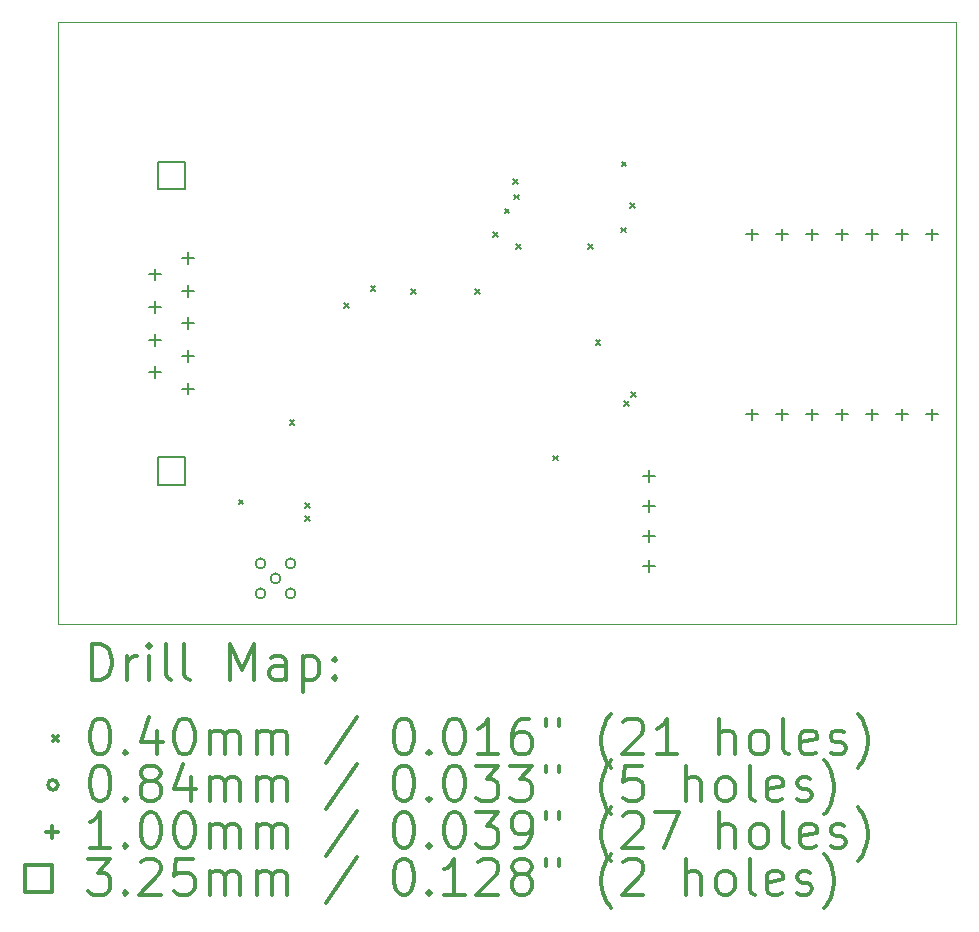
<source format=gbr>
%FSLAX45Y45*%
G04 Gerber Fmt 4.5, Leading zero omitted, Abs format (unit mm)*
G04 Created by KiCad (PCBNEW (5.1.5-0)) date 2022-06-25 14:07:16*
%MOMM*%
%LPD*%
G04 APERTURE LIST*
%TA.AperFunction,Profile*%
%ADD10C,0.050000*%
%TD*%
%ADD11C,0.200000*%
%ADD12C,0.300000*%
G04 APERTURE END LIST*
D10*
X8800000Y-4300000D02*
X8800000Y-9400000D01*
X16400000Y-4300000D02*
X8800000Y-4300000D01*
X16400000Y-9400000D02*
X16400000Y-4300000D01*
X8800000Y-9400000D02*
X16400000Y-9400000D01*
D11*
X10328000Y-8342000D02*
X10368000Y-8382000D01*
X10368000Y-8342000D02*
X10328000Y-8382000D01*
X10760000Y-7670000D02*
X10800000Y-7710000D01*
X10800000Y-7670000D02*
X10760000Y-7710000D01*
X10890000Y-8370000D02*
X10930000Y-8410000D01*
X10930000Y-8370000D02*
X10890000Y-8410000D01*
X10890000Y-8480000D02*
X10930000Y-8520000D01*
X10930000Y-8480000D02*
X10890000Y-8520000D01*
X11220000Y-6680000D02*
X11260000Y-6720000D01*
X11260000Y-6680000D02*
X11220000Y-6720000D01*
X11446265Y-6533735D02*
X11486265Y-6573735D01*
X11486265Y-6533735D02*
X11446265Y-6573735D01*
X11790000Y-6560000D02*
X11830000Y-6600000D01*
X11830000Y-6560000D02*
X11790000Y-6600000D01*
X12330000Y-6560000D02*
X12370000Y-6600000D01*
X12370000Y-6560000D02*
X12330000Y-6600000D01*
X12480000Y-6080000D02*
X12520000Y-6120000D01*
X12520000Y-6080000D02*
X12480000Y-6120000D01*
X12580000Y-5880000D02*
X12620000Y-5920000D01*
X12620000Y-5880000D02*
X12580000Y-5920000D01*
X12650000Y-5630000D02*
X12690000Y-5670000D01*
X12690000Y-5630000D02*
X12650000Y-5670000D01*
X12660000Y-5760000D02*
X12700000Y-5800000D01*
X12700000Y-5760000D02*
X12660000Y-5800000D01*
X12680000Y-6180000D02*
X12720000Y-6220000D01*
X12720000Y-6180000D02*
X12680000Y-6220000D01*
X12990000Y-7970000D02*
X13030000Y-8010000D01*
X13030000Y-7970000D02*
X12990000Y-8010000D01*
X13290000Y-6180000D02*
X13330000Y-6220000D01*
X13330000Y-6180000D02*
X13290000Y-6220000D01*
X13350000Y-6990000D02*
X13390000Y-7030000D01*
X13390000Y-6990000D02*
X13350000Y-7030000D01*
X13567500Y-6040000D02*
X13607500Y-6080000D01*
X13607500Y-6040000D02*
X13567500Y-6080000D01*
X13570000Y-5480000D02*
X13610000Y-5520000D01*
X13610000Y-5480000D02*
X13570000Y-5520000D01*
X13590000Y-7510000D02*
X13630000Y-7550000D01*
X13630000Y-7510000D02*
X13590000Y-7550000D01*
X13640000Y-5830000D02*
X13680000Y-5870000D01*
X13680000Y-5830000D02*
X13640000Y-5870000D01*
X13650000Y-7430000D02*
X13690000Y-7470000D01*
X13690000Y-7430000D02*
X13650000Y-7470000D01*
X10555000Y-8883000D02*
G75*
G03X10555000Y-8883000I-42000J0D01*
G01*
X10555000Y-9137000D02*
G75*
G03X10555000Y-9137000I-42000J0D01*
G01*
X10682000Y-9010000D02*
G75*
G03X10682000Y-9010000I-42000J0D01*
G01*
X10809000Y-8883000D02*
G75*
G03X10809000Y-8883000I-42000J0D01*
G01*
X10809000Y-9137000D02*
G75*
G03X10809000Y-9137000I-42000J0D01*
G01*
X13800000Y-8090000D02*
X13800000Y-8190000D01*
X13750000Y-8140000D02*
X13850000Y-8140000D01*
X13800000Y-8344000D02*
X13800000Y-8444000D01*
X13750000Y-8394000D02*
X13850000Y-8394000D01*
X13800000Y-8598000D02*
X13800000Y-8698000D01*
X13750000Y-8648000D02*
X13850000Y-8648000D01*
X13800000Y-8852000D02*
X13800000Y-8952000D01*
X13750000Y-8902000D02*
X13850000Y-8902000D01*
X9618000Y-6386000D02*
X9618000Y-6486000D01*
X9568000Y-6436000D02*
X9668000Y-6436000D01*
X9618000Y-6662000D02*
X9618000Y-6762000D01*
X9568000Y-6712000D02*
X9668000Y-6712000D01*
X9618000Y-6938000D02*
X9618000Y-7038000D01*
X9568000Y-6988000D02*
X9668000Y-6988000D01*
X9618000Y-7214000D02*
X9618000Y-7314000D01*
X9568000Y-7264000D02*
X9668000Y-7264000D01*
X9902000Y-6248000D02*
X9902000Y-6348000D01*
X9852000Y-6298000D02*
X9952000Y-6298000D01*
X9902000Y-6524000D02*
X9902000Y-6624000D01*
X9852000Y-6574000D02*
X9952000Y-6574000D01*
X9902000Y-6800000D02*
X9902000Y-6900000D01*
X9852000Y-6850000D02*
X9952000Y-6850000D01*
X9902000Y-7076000D02*
X9902000Y-7176000D01*
X9852000Y-7126000D02*
X9952000Y-7126000D01*
X9902000Y-7352000D02*
X9902000Y-7452000D01*
X9852000Y-7402000D02*
X9952000Y-7402000D01*
X14676000Y-7572000D02*
X14676000Y-7672000D01*
X14626000Y-7622000D02*
X14726000Y-7622000D01*
X14930000Y-7572000D02*
X14930000Y-7672000D01*
X14880000Y-7622000D02*
X14980000Y-7622000D01*
X15184000Y-7572000D02*
X15184000Y-7672000D01*
X15134000Y-7622000D02*
X15234000Y-7622000D01*
X15438000Y-7572000D02*
X15438000Y-7672000D01*
X15388000Y-7622000D02*
X15488000Y-7622000D01*
X15692000Y-7572000D02*
X15692000Y-7672000D01*
X15642000Y-7622000D02*
X15742000Y-7622000D01*
X15946000Y-7572000D02*
X15946000Y-7672000D01*
X15896000Y-7622000D02*
X15996000Y-7622000D01*
X16200000Y-7572000D02*
X16200000Y-7672000D01*
X16150000Y-7622000D02*
X16250000Y-7622000D01*
X14676000Y-6048000D02*
X14676000Y-6148000D01*
X14626000Y-6098000D02*
X14726000Y-6098000D01*
X14930000Y-6048000D02*
X14930000Y-6148000D01*
X14880000Y-6098000D02*
X14980000Y-6098000D01*
X15184000Y-6048000D02*
X15184000Y-6148000D01*
X15134000Y-6098000D02*
X15234000Y-6098000D01*
X15438000Y-6048000D02*
X15438000Y-6148000D01*
X15388000Y-6098000D02*
X15488000Y-6098000D01*
X15692000Y-6048000D02*
X15692000Y-6148000D01*
X15642000Y-6098000D02*
X15742000Y-6098000D01*
X15946000Y-6048000D02*
X15946000Y-6148000D01*
X15896000Y-6098000D02*
X15996000Y-6098000D01*
X16200000Y-6048000D02*
X16200000Y-6148000D01*
X16150000Y-6098000D02*
X16250000Y-6098000D01*
X9874906Y-5714906D02*
X9874906Y-5485094D01*
X9645094Y-5485094D01*
X9645094Y-5714906D01*
X9874906Y-5714906D01*
X9874906Y-8214906D02*
X9874906Y-7985094D01*
X9645094Y-7985094D01*
X9645094Y-8214906D01*
X9874906Y-8214906D01*
D12*
X9083928Y-9868214D02*
X9083928Y-9568214D01*
X9155357Y-9568214D01*
X9198214Y-9582500D01*
X9226786Y-9611072D01*
X9241071Y-9639643D01*
X9255357Y-9696786D01*
X9255357Y-9739643D01*
X9241071Y-9796786D01*
X9226786Y-9825357D01*
X9198214Y-9853929D01*
X9155357Y-9868214D01*
X9083928Y-9868214D01*
X9383928Y-9868214D02*
X9383928Y-9668214D01*
X9383928Y-9725357D02*
X9398214Y-9696786D01*
X9412500Y-9682500D01*
X9441071Y-9668214D01*
X9469643Y-9668214D01*
X9569643Y-9868214D02*
X9569643Y-9668214D01*
X9569643Y-9568214D02*
X9555357Y-9582500D01*
X9569643Y-9596786D01*
X9583928Y-9582500D01*
X9569643Y-9568214D01*
X9569643Y-9596786D01*
X9755357Y-9868214D02*
X9726786Y-9853929D01*
X9712500Y-9825357D01*
X9712500Y-9568214D01*
X9912500Y-9868214D02*
X9883928Y-9853929D01*
X9869643Y-9825357D01*
X9869643Y-9568214D01*
X10255357Y-9868214D02*
X10255357Y-9568214D01*
X10355357Y-9782500D01*
X10455357Y-9568214D01*
X10455357Y-9868214D01*
X10726786Y-9868214D02*
X10726786Y-9711072D01*
X10712500Y-9682500D01*
X10683928Y-9668214D01*
X10626786Y-9668214D01*
X10598214Y-9682500D01*
X10726786Y-9853929D02*
X10698214Y-9868214D01*
X10626786Y-9868214D01*
X10598214Y-9853929D01*
X10583928Y-9825357D01*
X10583928Y-9796786D01*
X10598214Y-9768214D01*
X10626786Y-9753929D01*
X10698214Y-9753929D01*
X10726786Y-9739643D01*
X10869643Y-9668214D02*
X10869643Y-9968214D01*
X10869643Y-9682500D02*
X10898214Y-9668214D01*
X10955357Y-9668214D01*
X10983928Y-9682500D01*
X10998214Y-9696786D01*
X11012500Y-9725357D01*
X11012500Y-9811072D01*
X10998214Y-9839643D01*
X10983928Y-9853929D01*
X10955357Y-9868214D01*
X10898214Y-9868214D01*
X10869643Y-9853929D01*
X11141071Y-9839643D02*
X11155357Y-9853929D01*
X11141071Y-9868214D01*
X11126786Y-9853929D01*
X11141071Y-9839643D01*
X11141071Y-9868214D01*
X11141071Y-9682500D02*
X11155357Y-9696786D01*
X11141071Y-9711072D01*
X11126786Y-9696786D01*
X11141071Y-9682500D01*
X11141071Y-9711072D01*
X8757500Y-10342500D02*
X8797500Y-10382500D01*
X8797500Y-10342500D02*
X8757500Y-10382500D01*
X9141071Y-10198214D02*
X9169643Y-10198214D01*
X9198214Y-10212500D01*
X9212500Y-10226786D01*
X9226786Y-10255357D01*
X9241071Y-10312500D01*
X9241071Y-10383929D01*
X9226786Y-10441072D01*
X9212500Y-10469643D01*
X9198214Y-10483929D01*
X9169643Y-10498214D01*
X9141071Y-10498214D01*
X9112500Y-10483929D01*
X9098214Y-10469643D01*
X9083928Y-10441072D01*
X9069643Y-10383929D01*
X9069643Y-10312500D01*
X9083928Y-10255357D01*
X9098214Y-10226786D01*
X9112500Y-10212500D01*
X9141071Y-10198214D01*
X9369643Y-10469643D02*
X9383928Y-10483929D01*
X9369643Y-10498214D01*
X9355357Y-10483929D01*
X9369643Y-10469643D01*
X9369643Y-10498214D01*
X9641071Y-10298214D02*
X9641071Y-10498214D01*
X9569643Y-10183929D02*
X9498214Y-10398214D01*
X9683928Y-10398214D01*
X9855357Y-10198214D02*
X9883928Y-10198214D01*
X9912500Y-10212500D01*
X9926786Y-10226786D01*
X9941071Y-10255357D01*
X9955357Y-10312500D01*
X9955357Y-10383929D01*
X9941071Y-10441072D01*
X9926786Y-10469643D01*
X9912500Y-10483929D01*
X9883928Y-10498214D01*
X9855357Y-10498214D01*
X9826786Y-10483929D01*
X9812500Y-10469643D01*
X9798214Y-10441072D01*
X9783928Y-10383929D01*
X9783928Y-10312500D01*
X9798214Y-10255357D01*
X9812500Y-10226786D01*
X9826786Y-10212500D01*
X9855357Y-10198214D01*
X10083928Y-10498214D02*
X10083928Y-10298214D01*
X10083928Y-10326786D02*
X10098214Y-10312500D01*
X10126786Y-10298214D01*
X10169643Y-10298214D01*
X10198214Y-10312500D01*
X10212500Y-10341072D01*
X10212500Y-10498214D01*
X10212500Y-10341072D02*
X10226786Y-10312500D01*
X10255357Y-10298214D01*
X10298214Y-10298214D01*
X10326786Y-10312500D01*
X10341071Y-10341072D01*
X10341071Y-10498214D01*
X10483928Y-10498214D02*
X10483928Y-10298214D01*
X10483928Y-10326786D02*
X10498214Y-10312500D01*
X10526786Y-10298214D01*
X10569643Y-10298214D01*
X10598214Y-10312500D01*
X10612500Y-10341072D01*
X10612500Y-10498214D01*
X10612500Y-10341072D02*
X10626786Y-10312500D01*
X10655357Y-10298214D01*
X10698214Y-10298214D01*
X10726786Y-10312500D01*
X10741071Y-10341072D01*
X10741071Y-10498214D01*
X11326786Y-10183929D02*
X11069643Y-10569643D01*
X11712500Y-10198214D02*
X11741071Y-10198214D01*
X11769643Y-10212500D01*
X11783928Y-10226786D01*
X11798214Y-10255357D01*
X11812500Y-10312500D01*
X11812500Y-10383929D01*
X11798214Y-10441072D01*
X11783928Y-10469643D01*
X11769643Y-10483929D01*
X11741071Y-10498214D01*
X11712500Y-10498214D01*
X11683928Y-10483929D01*
X11669643Y-10469643D01*
X11655357Y-10441072D01*
X11641071Y-10383929D01*
X11641071Y-10312500D01*
X11655357Y-10255357D01*
X11669643Y-10226786D01*
X11683928Y-10212500D01*
X11712500Y-10198214D01*
X11941071Y-10469643D02*
X11955357Y-10483929D01*
X11941071Y-10498214D01*
X11926786Y-10483929D01*
X11941071Y-10469643D01*
X11941071Y-10498214D01*
X12141071Y-10198214D02*
X12169643Y-10198214D01*
X12198214Y-10212500D01*
X12212500Y-10226786D01*
X12226786Y-10255357D01*
X12241071Y-10312500D01*
X12241071Y-10383929D01*
X12226786Y-10441072D01*
X12212500Y-10469643D01*
X12198214Y-10483929D01*
X12169643Y-10498214D01*
X12141071Y-10498214D01*
X12112500Y-10483929D01*
X12098214Y-10469643D01*
X12083928Y-10441072D01*
X12069643Y-10383929D01*
X12069643Y-10312500D01*
X12083928Y-10255357D01*
X12098214Y-10226786D01*
X12112500Y-10212500D01*
X12141071Y-10198214D01*
X12526786Y-10498214D02*
X12355357Y-10498214D01*
X12441071Y-10498214D02*
X12441071Y-10198214D01*
X12412500Y-10241072D01*
X12383928Y-10269643D01*
X12355357Y-10283929D01*
X12783928Y-10198214D02*
X12726786Y-10198214D01*
X12698214Y-10212500D01*
X12683928Y-10226786D01*
X12655357Y-10269643D01*
X12641071Y-10326786D01*
X12641071Y-10441072D01*
X12655357Y-10469643D01*
X12669643Y-10483929D01*
X12698214Y-10498214D01*
X12755357Y-10498214D01*
X12783928Y-10483929D01*
X12798214Y-10469643D01*
X12812500Y-10441072D01*
X12812500Y-10369643D01*
X12798214Y-10341072D01*
X12783928Y-10326786D01*
X12755357Y-10312500D01*
X12698214Y-10312500D01*
X12669643Y-10326786D01*
X12655357Y-10341072D01*
X12641071Y-10369643D01*
X12926786Y-10198214D02*
X12926786Y-10255357D01*
X13041071Y-10198214D02*
X13041071Y-10255357D01*
X13483928Y-10612500D02*
X13469643Y-10598214D01*
X13441071Y-10555357D01*
X13426786Y-10526786D01*
X13412500Y-10483929D01*
X13398214Y-10412500D01*
X13398214Y-10355357D01*
X13412500Y-10283929D01*
X13426786Y-10241072D01*
X13441071Y-10212500D01*
X13469643Y-10169643D01*
X13483928Y-10155357D01*
X13583928Y-10226786D02*
X13598214Y-10212500D01*
X13626786Y-10198214D01*
X13698214Y-10198214D01*
X13726786Y-10212500D01*
X13741071Y-10226786D01*
X13755357Y-10255357D01*
X13755357Y-10283929D01*
X13741071Y-10326786D01*
X13569643Y-10498214D01*
X13755357Y-10498214D01*
X14041071Y-10498214D02*
X13869643Y-10498214D01*
X13955357Y-10498214D02*
X13955357Y-10198214D01*
X13926786Y-10241072D01*
X13898214Y-10269643D01*
X13869643Y-10283929D01*
X14398214Y-10498214D02*
X14398214Y-10198214D01*
X14526786Y-10498214D02*
X14526786Y-10341072D01*
X14512500Y-10312500D01*
X14483928Y-10298214D01*
X14441071Y-10298214D01*
X14412500Y-10312500D01*
X14398214Y-10326786D01*
X14712500Y-10498214D02*
X14683928Y-10483929D01*
X14669643Y-10469643D01*
X14655357Y-10441072D01*
X14655357Y-10355357D01*
X14669643Y-10326786D01*
X14683928Y-10312500D01*
X14712500Y-10298214D01*
X14755357Y-10298214D01*
X14783928Y-10312500D01*
X14798214Y-10326786D01*
X14812500Y-10355357D01*
X14812500Y-10441072D01*
X14798214Y-10469643D01*
X14783928Y-10483929D01*
X14755357Y-10498214D01*
X14712500Y-10498214D01*
X14983928Y-10498214D02*
X14955357Y-10483929D01*
X14941071Y-10455357D01*
X14941071Y-10198214D01*
X15212500Y-10483929D02*
X15183928Y-10498214D01*
X15126786Y-10498214D01*
X15098214Y-10483929D01*
X15083928Y-10455357D01*
X15083928Y-10341072D01*
X15098214Y-10312500D01*
X15126786Y-10298214D01*
X15183928Y-10298214D01*
X15212500Y-10312500D01*
X15226786Y-10341072D01*
X15226786Y-10369643D01*
X15083928Y-10398214D01*
X15341071Y-10483929D02*
X15369643Y-10498214D01*
X15426786Y-10498214D01*
X15455357Y-10483929D01*
X15469643Y-10455357D01*
X15469643Y-10441072D01*
X15455357Y-10412500D01*
X15426786Y-10398214D01*
X15383928Y-10398214D01*
X15355357Y-10383929D01*
X15341071Y-10355357D01*
X15341071Y-10341072D01*
X15355357Y-10312500D01*
X15383928Y-10298214D01*
X15426786Y-10298214D01*
X15455357Y-10312500D01*
X15569643Y-10612500D02*
X15583928Y-10598214D01*
X15612500Y-10555357D01*
X15626786Y-10526786D01*
X15641071Y-10483929D01*
X15655357Y-10412500D01*
X15655357Y-10355357D01*
X15641071Y-10283929D01*
X15626786Y-10241072D01*
X15612500Y-10212500D01*
X15583928Y-10169643D01*
X15569643Y-10155357D01*
X8797500Y-10758500D02*
G75*
G03X8797500Y-10758500I-42000J0D01*
G01*
X9141071Y-10594214D02*
X9169643Y-10594214D01*
X9198214Y-10608500D01*
X9212500Y-10622786D01*
X9226786Y-10651357D01*
X9241071Y-10708500D01*
X9241071Y-10779929D01*
X9226786Y-10837072D01*
X9212500Y-10865643D01*
X9198214Y-10879929D01*
X9169643Y-10894214D01*
X9141071Y-10894214D01*
X9112500Y-10879929D01*
X9098214Y-10865643D01*
X9083928Y-10837072D01*
X9069643Y-10779929D01*
X9069643Y-10708500D01*
X9083928Y-10651357D01*
X9098214Y-10622786D01*
X9112500Y-10608500D01*
X9141071Y-10594214D01*
X9369643Y-10865643D02*
X9383928Y-10879929D01*
X9369643Y-10894214D01*
X9355357Y-10879929D01*
X9369643Y-10865643D01*
X9369643Y-10894214D01*
X9555357Y-10722786D02*
X9526786Y-10708500D01*
X9512500Y-10694214D01*
X9498214Y-10665643D01*
X9498214Y-10651357D01*
X9512500Y-10622786D01*
X9526786Y-10608500D01*
X9555357Y-10594214D01*
X9612500Y-10594214D01*
X9641071Y-10608500D01*
X9655357Y-10622786D01*
X9669643Y-10651357D01*
X9669643Y-10665643D01*
X9655357Y-10694214D01*
X9641071Y-10708500D01*
X9612500Y-10722786D01*
X9555357Y-10722786D01*
X9526786Y-10737072D01*
X9512500Y-10751357D01*
X9498214Y-10779929D01*
X9498214Y-10837072D01*
X9512500Y-10865643D01*
X9526786Y-10879929D01*
X9555357Y-10894214D01*
X9612500Y-10894214D01*
X9641071Y-10879929D01*
X9655357Y-10865643D01*
X9669643Y-10837072D01*
X9669643Y-10779929D01*
X9655357Y-10751357D01*
X9641071Y-10737072D01*
X9612500Y-10722786D01*
X9926786Y-10694214D02*
X9926786Y-10894214D01*
X9855357Y-10579929D02*
X9783928Y-10794214D01*
X9969643Y-10794214D01*
X10083928Y-10894214D02*
X10083928Y-10694214D01*
X10083928Y-10722786D02*
X10098214Y-10708500D01*
X10126786Y-10694214D01*
X10169643Y-10694214D01*
X10198214Y-10708500D01*
X10212500Y-10737072D01*
X10212500Y-10894214D01*
X10212500Y-10737072D02*
X10226786Y-10708500D01*
X10255357Y-10694214D01*
X10298214Y-10694214D01*
X10326786Y-10708500D01*
X10341071Y-10737072D01*
X10341071Y-10894214D01*
X10483928Y-10894214D02*
X10483928Y-10694214D01*
X10483928Y-10722786D02*
X10498214Y-10708500D01*
X10526786Y-10694214D01*
X10569643Y-10694214D01*
X10598214Y-10708500D01*
X10612500Y-10737072D01*
X10612500Y-10894214D01*
X10612500Y-10737072D02*
X10626786Y-10708500D01*
X10655357Y-10694214D01*
X10698214Y-10694214D01*
X10726786Y-10708500D01*
X10741071Y-10737072D01*
X10741071Y-10894214D01*
X11326786Y-10579929D02*
X11069643Y-10965643D01*
X11712500Y-10594214D02*
X11741071Y-10594214D01*
X11769643Y-10608500D01*
X11783928Y-10622786D01*
X11798214Y-10651357D01*
X11812500Y-10708500D01*
X11812500Y-10779929D01*
X11798214Y-10837072D01*
X11783928Y-10865643D01*
X11769643Y-10879929D01*
X11741071Y-10894214D01*
X11712500Y-10894214D01*
X11683928Y-10879929D01*
X11669643Y-10865643D01*
X11655357Y-10837072D01*
X11641071Y-10779929D01*
X11641071Y-10708500D01*
X11655357Y-10651357D01*
X11669643Y-10622786D01*
X11683928Y-10608500D01*
X11712500Y-10594214D01*
X11941071Y-10865643D02*
X11955357Y-10879929D01*
X11941071Y-10894214D01*
X11926786Y-10879929D01*
X11941071Y-10865643D01*
X11941071Y-10894214D01*
X12141071Y-10594214D02*
X12169643Y-10594214D01*
X12198214Y-10608500D01*
X12212500Y-10622786D01*
X12226786Y-10651357D01*
X12241071Y-10708500D01*
X12241071Y-10779929D01*
X12226786Y-10837072D01*
X12212500Y-10865643D01*
X12198214Y-10879929D01*
X12169643Y-10894214D01*
X12141071Y-10894214D01*
X12112500Y-10879929D01*
X12098214Y-10865643D01*
X12083928Y-10837072D01*
X12069643Y-10779929D01*
X12069643Y-10708500D01*
X12083928Y-10651357D01*
X12098214Y-10622786D01*
X12112500Y-10608500D01*
X12141071Y-10594214D01*
X12341071Y-10594214D02*
X12526786Y-10594214D01*
X12426786Y-10708500D01*
X12469643Y-10708500D01*
X12498214Y-10722786D01*
X12512500Y-10737072D01*
X12526786Y-10765643D01*
X12526786Y-10837072D01*
X12512500Y-10865643D01*
X12498214Y-10879929D01*
X12469643Y-10894214D01*
X12383928Y-10894214D01*
X12355357Y-10879929D01*
X12341071Y-10865643D01*
X12626786Y-10594214D02*
X12812500Y-10594214D01*
X12712500Y-10708500D01*
X12755357Y-10708500D01*
X12783928Y-10722786D01*
X12798214Y-10737072D01*
X12812500Y-10765643D01*
X12812500Y-10837072D01*
X12798214Y-10865643D01*
X12783928Y-10879929D01*
X12755357Y-10894214D01*
X12669643Y-10894214D01*
X12641071Y-10879929D01*
X12626786Y-10865643D01*
X12926786Y-10594214D02*
X12926786Y-10651357D01*
X13041071Y-10594214D02*
X13041071Y-10651357D01*
X13483928Y-11008500D02*
X13469643Y-10994214D01*
X13441071Y-10951357D01*
X13426786Y-10922786D01*
X13412500Y-10879929D01*
X13398214Y-10808500D01*
X13398214Y-10751357D01*
X13412500Y-10679929D01*
X13426786Y-10637072D01*
X13441071Y-10608500D01*
X13469643Y-10565643D01*
X13483928Y-10551357D01*
X13741071Y-10594214D02*
X13598214Y-10594214D01*
X13583928Y-10737072D01*
X13598214Y-10722786D01*
X13626786Y-10708500D01*
X13698214Y-10708500D01*
X13726786Y-10722786D01*
X13741071Y-10737072D01*
X13755357Y-10765643D01*
X13755357Y-10837072D01*
X13741071Y-10865643D01*
X13726786Y-10879929D01*
X13698214Y-10894214D01*
X13626786Y-10894214D01*
X13598214Y-10879929D01*
X13583928Y-10865643D01*
X14112500Y-10894214D02*
X14112500Y-10594214D01*
X14241071Y-10894214D02*
X14241071Y-10737072D01*
X14226786Y-10708500D01*
X14198214Y-10694214D01*
X14155357Y-10694214D01*
X14126786Y-10708500D01*
X14112500Y-10722786D01*
X14426786Y-10894214D02*
X14398214Y-10879929D01*
X14383928Y-10865643D01*
X14369643Y-10837072D01*
X14369643Y-10751357D01*
X14383928Y-10722786D01*
X14398214Y-10708500D01*
X14426786Y-10694214D01*
X14469643Y-10694214D01*
X14498214Y-10708500D01*
X14512500Y-10722786D01*
X14526786Y-10751357D01*
X14526786Y-10837072D01*
X14512500Y-10865643D01*
X14498214Y-10879929D01*
X14469643Y-10894214D01*
X14426786Y-10894214D01*
X14698214Y-10894214D02*
X14669643Y-10879929D01*
X14655357Y-10851357D01*
X14655357Y-10594214D01*
X14926786Y-10879929D02*
X14898214Y-10894214D01*
X14841071Y-10894214D01*
X14812500Y-10879929D01*
X14798214Y-10851357D01*
X14798214Y-10737072D01*
X14812500Y-10708500D01*
X14841071Y-10694214D01*
X14898214Y-10694214D01*
X14926786Y-10708500D01*
X14941071Y-10737072D01*
X14941071Y-10765643D01*
X14798214Y-10794214D01*
X15055357Y-10879929D02*
X15083928Y-10894214D01*
X15141071Y-10894214D01*
X15169643Y-10879929D01*
X15183928Y-10851357D01*
X15183928Y-10837072D01*
X15169643Y-10808500D01*
X15141071Y-10794214D01*
X15098214Y-10794214D01*
X15069643Y-10779929D01*
X15055357Y-10751357D01*
X15055357Y-10737072D01*
X15069643Y-10708500D01*
X15098214Y-10694214D01*
X15141071Y-10694214D01*
X15169643Y-10708500D01*
X15283928Y-11008500D02*
X15298214Y-10994214D01*
X15326786Y-10951357D01*
X15341071Y-10922786D01*
X15355357Y-10879929D01*
X15369643Y-10808500D01*
X15369643Y-10751357D01*
X15355357Y-10679929D01*
X15341071Y-10637072D01*
X15326786Y-10608500D01*
X15298214Y-10565643D01*
X15283928Y-10551357D01*
X8747500Y-11104500D02*
X8747500Y-11204500D01*
X8697500Y-11154500D02*
X8797500Y-11154500D01*
X9241071Y-11290214D02*
X9069643Y-11290214D01*
X9155357Y-11290214D02*
X9155357Y-10990214D01*
X9126786Y-11033072D01*
X9098214Y-11061643D01*
X9069643Y-11075929D01*
X9369643Y-11261643D02*
X9383928Y-11275929D01*
X9369643Y-11290214D01*
X9355357Y-11275929D01*
X9369643Y-11261643D01*
X9369643Y-11290214D01*
X9569643Y-10990214D02*
X9598214Y-10990214D01*
X9626786Y-11004500D01*
X9641071Y-11018786D01*
X9655357Y-11047357D01*
X9669643Y-11104500D01*
X9669643Y-11175929D01*
X9655357Y-11233071D01*
X9641071Y-11261643D01*
X9626786Y-11275929D01*
X9598214Y-11290214D01*
X9569643Y-11290214D01*
X9541071Y-11275929D01*
X9526786Y-11261643D01*
X9512500Y-11233071D01*
X9498214Y-11175929D01*
X9498214Y-11104500D01*
X9512500Y-11047357D01*
X9526786Y-11018786D01*
X9541071Y-11004500D01*
X9569643Y-10990214D01*
X9855357Y-10990214D02*
X9883928Y-10990214D01*
X9912500Y-11004500D01*
X9926786Y-11018786D01*
X9941071Y-11047357D01*
X9955357Y-11104500D01*
X9955357Y-11175929D01*
X9941071Y-11233071D01*
X9926786Y-11261643D01*
X9912500Y-11275929D01*
X9883928Y-11290214D01*
X9855357Y-11290214D01*
X9826786Y-11275929D01*
X9812500Y-11261643D01*
X9798214Y-11233071D01*
X9783928Y-11175929D01*
X9783928Y-11104500D01*
X9798214Y-11047357D01*
X9812500Y-11018786D01*
X9826786Y-11004500D01*
X9855357Y-10990214D01*
X10083928Y-11290214D02*
X10083928Y-11090214D01*
X10083928Y-11118786D02*
X10098214Y-11104500D01*
X10126786Y-11090214D01*
X10169643Y-11090214D01*
X10198214Y-11104500D01*
X10212500Y-11133072D01*
X10212500Y-11290214D01*
X10212500Y-11133072D02*
X10226786Y-11104500D01*
X10255357Y-11090214D01*
X10298214Y-11090214D01*
X10326786Y-11104500D01*
X10341071Y-11133072D01*
X10341071Y-11290214D01*
X10483928Y-11290214D02*
X10483928Y-11090214D01*
X10483928Y-11118786D02*
X10498214Y-11104500D01*
X10526786Y-11090214D01*
X10569643Y-11090214D01*
X10598214Y-11104500D01*
X10612500Y-11133072D01*
X10612500Y-11290214D01*
X10612500Y-11133072D02*
X10626786Y-11104500D01*
X10655357Y-11090214D01*
X10698214Y-11090214D01*
X10726786Y-11104500D01*
X10741071Y-11133072D01*
X10741071Y-11290214D01*
X11326786Y-10975929D02*
X11069643Y-11361643D01*
X11712500Y-10990214D02*
X11741071Y-10990214D01*
X11769643Y-11004500D01*
X11783928Y-11018786D01*
X11798214Y-11047357D01*
X11812500Y-11104500D01*
X11812500Y-11175929D01*
X11798214Y-11233071D01*
X11783928Y-11261643D01*
X11769643Y-11275929D01*
X11741071Y-11290214D01*
X11712500Y-11290214D01*
X11683928Y-11275929D01*
X11669643Y-11261643D01*
X11655357Y-11233071D01*
X11641071Y-11175929D01*
X11641071Y-11104500D01*
X11655357Y-11047357D01*
X11669643Y-11018786D01*
X11683928Y-11004500D01*
X11712500Y-10990214D01*
X11941071Y-11261643D02*
X11955357Y-11275929D01*
X11941071Y-11290214D01*
X11926786Y-11275929D01*
X11941071Y-11261643D01*
X11941071Y-11290214D01*
X12141071Y-10990214D02*
X12169643Y-10990214D01*
X12198214Y-11004500D01*
X12212500Y-11018786D01*
X12226786Y-11047357D01*
X12241071Y-11104500D01*
X12241071Y-11175929D01*
X12226786Y-11233071D01*
X12212500Y-11261643D01*
X12198214Y-11275929D01*
X12169643Y-11290214D01*
X12141071Y-11290214D01*
X12112500Y-11275929D01*
X12098214Y-11261643D01*
X12083928Y-11233071D01*
X12069643Y-11175929D01*
X12069643Y-11104500D01*
X12083928Y-11047357D01*
X12098214Y-11018786D01*
X12112500Y-11004500D01*
X12141071Y-10990214D01*
X12341071Y-10990214D02*
X12526786Y-10990214D01*
X12426786Y-11104500D01*
X12469643Y-11104500D01*
X12498214Y-11118786D01*
X12512500Y-11133072D01*
X12526786Y-11161643D01*
X12526786Y-11233071D01*
X12512500Y-11261643D01*
X12498214Y-11275929D01*
X12469643Y-11290214D01*
X12383928Y-11290214D01*
X12355357Y-11275929D01*
X12341071Y-11261643D01*
X12669643Y-11290214D02*
X12726786Y-11290214D01*
X12755357Y-11275929D01*
X12769643Y-11261643D01*
X12798214Y-11218786D01*
X12812500Y-11161643D01*
X12812500Y-11047357D01*
X12798214Y-11018786D01*
X12783928Y-11004500D01*
X12755357Y-10990214D01*
X12698214Y-10990214D01*
X12669643Y-11004500D01*
X12655357Y-11018786D01*
X12641071Y-11047357D01*
X12641071Y-11118786D01*
X12655357Y-11147357D01*
X12669643Y-11161643D01*
X12698214Y-11175929D01*
X12755357Y-11175929D01*
X12783928Y-11161643D01*
X12798214Y-11147357D01*
X12812500Y-11118786D01*
X12926786Y-10990214D02*
X12926786Y-11047357D01*
X13041071Y-10990214D02*
X13041071Y-11047357D01*
X13483928Y-11404500D02*
X13469643Y-11390214D01*
X13441071Y-11347357D01*
X13426786Y-11318786D01*
X13412500Y-11275929D01*
X13398214Y-11204500D01*
X13398214Y-11147357D01*
X13412500Y-11075929D01*
X13426786Y-11033072D01*
X13441071Y-11004500D01*
X13469643Y-10961643D01*
X13483928Y-10947357D01*
X13583928Y-11018786D02*
X13598214Y-11004500D01*
X13626786Y-10990214D01*
X13698214Y-10990214D01*
X13726786Y-11004500D01*
X13741071Y-11018786D01*
X13755357Y-11047357D01*
X13755357Y-11075929D01*
X13741071Y-11118786D01*
X13569643Y-11290214D01*
X13755357Y-11290214D01*
X13855357Y-10990214D02*
X14055357Y-10990214D01*
X13926786Y-11290214D01*
X14398214Y-11290214D02*
X14398214Y-10990214D01*
X14526786Y-11290214D02*
X14526786Y-11133072D01*
X14512500Y-11104500D01*
X14483928Y-11090214D01*
X14441071Y-11090214D01*
X14412500Y-11104500D01*
X14398214Y-11118786D01*
X14712500Y-11290214D02*
X14683928Y-11275929D01*
X14669643Y-11261643D01*
X14655357Y-11233071D01*
X14655357Y-11147357D01*
X14669643Y-11118786D01*
X14683928Y-11104500D01*
X14712500Y-11090214D01*
X14755357Y-11090214D01*
X14783928Y-11104500D01*
X14798214Y-11118786D01*
X14812500Y-11147357D01*
X14812500Y-11233071D01*
X14798214Y-11261643D01*
X14783928Y-11275929D01*
X14755357Y-11290214D01*
X14712500Y-11290214D01*
X14983928Y-11290214D02*
X14955357Y-11275929D01*
X14941071Y-11247357D01*
X14941071Y-10990214D01*
X15212500Y-11275929D02*
X15183928Y-11290214D01*
X15126786Y-11290214D01*
X15098214Y-11275929D01*
X15083928Y-11247357D01*
X15083928Y-11133072D01*
X15098214Y-11104500D01*
X15126786Y-11090214D01*
X15183928Y-11090214D01*
X15212500Y-11104500D01*
X15226786Y-11133072D01*
X15226786Y-11161643D01*
X15083928Y-11190214D01*
X15341071Y-11275929D02*
X15369643Y-11290214D01*
X15426786Y-11290214D01*
X15455357Y-11275929D01*
X15469643Y-11247357D01*
X15469643Y-11233071D01*
X15455357Y-11204500D01*
X15426786Y-11190214D01*
X15383928Y-11190214D01*
X15355357Y-11175929D01*
X15341071Y-11147357D01*
X15341071Y-11133072D01*
X15355357Y-11104500D01*
X15383928Y-11090214D01*
X15426786Y-11090214D01*
X15455357Y-11104500D01*
X15569643Y-11404500D02*
X15583928Y-11390214D01*
X15612500Y-11347357D01*
X15626786Y-11318786D01*
X15641071Y-11275929D01*
X15655357Y-11204500D01*
X15655357Y-11147357D01*
X15641071Y-11075929D01*
X15626786Y-11033072D01*
X15612500Y-11004500D01*
X15583928Y-10961643D01*
X15569643Y-10947357D01*
X8749906Y-11665406D02*
X8749906Y-11435594D01*
X8520094Y-11435594D01*
X8520094Y-11665406D01*
X8749906Y-11665406D01*
X9055357Y-11386214D02*
X9241071Y-11386214D01*
X9141071Y-11500500D01*
X9183928Y-11500500D01*
X9212500Y-11514786D01*
X9226786Y-11529071D01*
X9241071Y-11557643D01*
X9241071Y-11629071D01*
X9226786Y-11657643D01*
X9212500Y-11671929D01*
X9183928Y-11686214D01*
X9098214Y-11686214D01*
X9069643Y-11671929D01*
X9055357Y-11657643D01*
X9369643Y-11657643D02*
X9383928Y-11671929D01*
X9369643Y-11686214D01*
X9355357Y-11671929D01*
X9369643Y-11657643D01*
X9369643Y-11686214D01*
X9498214Y-11414786D02*
X9512500Y-11400500D01*
X9541071Y-11386214D01*
X9612500Y-11386214D01*
X9641071Y-11400500D01*
X9655357Y-11414786D01*
X9669643Y-11443357D01*
X9669643Y-11471929D01*
X9655357Y-11514786D01*
X9483928Y-11686214D01*
X9669643Y-11686214D01*
X9941071Y-11386214D02*
X9798214Y-11386214D01*
X9783928Y-11529071D01*
X9798214Y-11514786D01*
X9826786Y-11500500D01*
X9898214Y-11500500D01*
X9926786Y-11514786D01*
X9941071Y-11529071D01*
X9955357Y-11557643D01*
X9955357Y-11629071D01*
X9941071Y-11657643D01*
X9926786Y-11671929D01*
X9898214Y-11686214D01*
X9826786Y-11686214D01*
X9798214Y-11671929D01*
X9783928Y-11657643D01*
X10083928Y-11686214D02*
X10083928Y-11486214D01*
X10083928Y-11514786D02*
X10098214Y-11500500D01*
X10126786Y-11486214D01*
X10169643Y-11486214D01*
X10198214Y-11500500D01*
X10212500Y-11529071D01*
X10212500Y-11686214D01*
X10212500Y-11529071D02*
X10226786Y-11500500D01*
X10255357Y-11486214D01*
X10298214Y-11486214D01*
X10326786Y-11500500D01*
X10341071Y-11529071D01*
X10341071Y-11686214D01*
X10483928Y-11686214D02*
X10483928Y-11486214D01*
X10483928Y-11514786D02*
X10498214Y-11500500D01*
X10526786Y-11486214D01*
X10569643Y-11486214D01*
X10598214Y-11500500D01*
X10612500Y-11529071D01*
X10612500Y-11686214D01*
X10612500Y-11529071D02*
X10626786Y-11500500D01*
X10655357Y-11486214D01*
X10698214Y-11486214D01*
X10726786Y-11500500D01*
X10741071Y-11529071D01*
X10741071Y-11686214D01*
X11326786Y-11371929D02*
X11069643Y-11757643D01*
X11712500Y-11386214D02*
X11741071Y-11386214D01*
X11769643Y-11400500D01*
X11783928Y-11414786D01*
X11798214Y-11443357D01*
X11812500Y-11500500D01*
X11812500Y-11571929D01*
X11798214Y-11629071D01*
X11783928Y-11657643D01*
X11769643Y-11671929D01*
X11741071Y-11686214D01*
X11712500Y-11686214D01*
X11683928Y-11671929D01*
X11669643Y-11657643D01*
X11655357Y-11629071D01*
X11641071Y-11571929D01*
X11641071Y-11500500D01*
X11655357Y-11443357D01*
X11669643Y-11414786D01*
X11683928Y-11400500D01*
X11712500Y-11386214D01*
X11941071Y-11657643D02*
X11955357Y-11671929D01*
X11941071Y-11686214D01*
X11926786Y-11671929D01*
X11941071Y-11657643D01*
X11941071Y-11686214D01*
X12241071Y-11686214D02*
X12069643Y-11686214D01*
X12155357Y-11686214D02*
X12155357Y-11386214D01*
X12126786Y-11429071D01*
X12098214Y-11457643D01*
X12069643Y-11471929D01*
X12355357Y-11414786D02*
X12369643Y-11400500D01*
X12398214Y-11386214D01*
X12469643Y-11386214D01*
X12498214Y-11400500D01*
X12512500Y-11414786D01*
X12526786Y-11443357D01*
X12526786Y-11471929D01*
X12512500Y-11514786D01*
X12341071Y-11686214D01*
X12526786Y-11686214D01*
X12698214Y-11514786D02*
X12669643Y-11500500D01*
X12655357Y-11486214D01*
X12641071Y-11457643D01*
X12641071Y-11443357D01*
X12655357Y-11414786D01*
X12669643Y-11400500D01*
X12698214Y-11386214D01*
X12755357Y-11386214D01*
X12783928Y-11400500D01*
X12798214Y-11414786D01*
X12812500Y-11443357D01*
X12812500Y-11457643D01*
X12798214Y-11486214D01*
X12783928Y-11500500D01*
X12755357Y-11514786D01*
X12698214Y-11514786D01*
X12669643Y-11529071D01*
X12655357Y-11543357D01*
X12641071Y-11571929D01*
X12641071Y-11629071D01*
X12655357Y-11657643D01*
X12669643Y-11671929D01*
X12698214Y-11686214D01*
X12755357Y-11686214D01*
X12783928Y-11671929D01*
X12798214Y-11657643D01*
X12812500Y-11629071D01*
X12812500Y-11571929D01*
X12798214Y-11543357D01*
X12783928Y-11529071D01*
X12755357Y-11514786D01*
X12926786Y-11386214D02*
X12926786Y-11443357D01*
X13041071Y-11386214D02*
X13041071Y-11443357D01*
X13483928Y-11800500D02*
X13469643Y-11786214D01*
X13441071Y-11743357D01*
X13426786Y-11714786D01*
X13412500Y-11671929D01*
X13398214Y-11600500D01*
X13398214Y-11543357D01*
X13412500Y-11471929D01*
X13426786Y-11429071D01*
X13441071Y-11400500D01*
X13469643Y-11357643D01*
X13483928Y-11343357D01*
X13583928Y-11414786D02*
X13598214Y-11400500D01*
X13626786Y-11386214D01*
X13698214Y-11386214D01*
X13726786Y-11400500D01*
X13741071Y-11414786D01*
X13755357Y-11443357D01*
X13755357Y-11471929D01*
X13741071Y-11514786D01*
X13569643Y-11686214D01*
X13755357Y-11686214D01*
X14112500Y-11686214D02*
X14112500Y-11386214D01*
X14241071Y-11686214D02*
X14241071Y-11529071D01*
X14226786Y-11500500D01*
X14198214Y-11486214D01*
X14155357Y-11486214D01*
X14126786Y-11500500D01*
X14112500Y-11514786D01*
X14426786Y-11686214D02*
X14398214Y-11671929D01*
X14383928Y-11657643D01*
X14369643Y-11629071D01*
X14369643Y-11543357D01*
X14383928Y-11514786D01*
X14398214Y-11500500D01*
X14426786Y-11486214D01*
X14469643Y-11486214D01*
X14498214Y-11500500D01*
X14512500Y-11514786D01*
X14526786Y-11543357D01*
X14526786Y-11629071D01*
X14512500Y-11657643D01*
X14498214Y-11671929D01*
X14469643Y-11686214D01*
X14426786Y-11686214D01*
X14698214Y-11686214D02*
X14669643Y-11671929D01*
X14655357Y-11643357D01*
X14655357Y-11386214D01*
X14926786Y-11671929D02*
X14898214Y-11686214D01*
X14841071Y-11686214D01*
X14812500Y-11671929D01*
X14798214Y-11643357D01*
X14798214Y-11529071D01*
X14812500Y-11500500D01*
X14841071Y-11486214D01*
X14898214Y-11486214D01*
X14926786Y-11500500D01*
X14941071Y-11529071D01*
X14941071Y-11557643D01*
X14798214Y-11586214D01*
X15055357Y-11671929D02*
X15083928Y-11686214D01*
X15141071Y-11686214D01*
X15169643Y-11671929D01*
X15183928Y-11643357D01*
X15183928Y-11629071D01*
X15169643Y-11600500D01*
X15141071Y-11586214D01*
X15098214Y-11586214D01*
X15069643Y-11571929D01*
X15055357Y-11543357D01*
X15055357Y-11529071D01*
X15069643Y-11500500D01*
X15098214Y-11486214D01*
X15141071Y-11486214D01*
X15169643Y-11500500D01*
X15283928Y-11800500D02*
X15298214Y-11786214D01*
X15326786Y-11743357D01*
X15341071Y-11714786D01*
X15355357Y-11671929D01*
X15369643Y-11600500D01*
X15369643Y-11543357D01*
X15355357Y-11471929D01*
X15341071Y-11429071D01*
X15326786Y-11400500D01*
X15298214Y-11357643D01*
X15283928Y-11343357D01*
M02*

</source>
